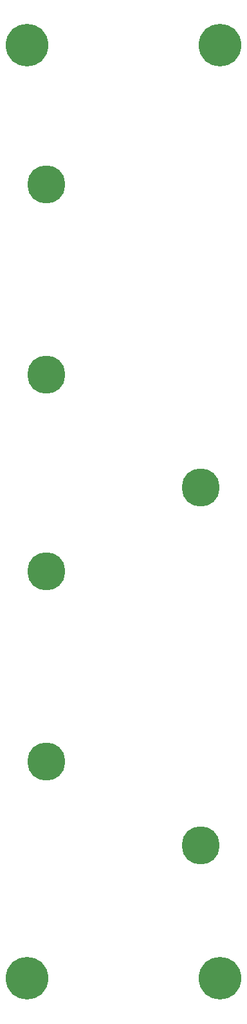
<source format=gts>
G04 #@! TF.GenerationSoftware,KiCad,Pcbnew,(6.0.9-0)*
G04 #@! TF.CreationDate,2023-02-07T08:36:36+01:00*
G04 #@! TF.ProjectId,fp_SDU460,66705f53-4455-4343-9630-2e6b69636164,A*
G04 #@! TF.SameCoordinates,Original*
G04 #@! TF.FileFunction,Soldermask,Top*
G04 #@! TF.FilePolarity,Negative*
%FSLAX46Y46*%
G04 Gerber Fmt 4.6, Leading zero omitted, Abs format (unit mm)*
G04 Created by KiCad (PCBNEW (6.0.9-0)) date 2023-02-07 08:36:36*
%MOMM*%
%LPD*%
G01*
G04 APERTURE LIST*
%ADD10C,5.600000*%
%ADD11C,5.000000*%
G04 APERTURE END LIST*
D10*
X99060000Y-167930000D03*
D11*
X76200000Y-63700000D03*
X76200000Y-88700000D03*
D10*
X73660000Y-45430000D03*
X73660000Y-167930000D03*
X99060000Y-45430000D03*
D11*
X96520000Y-150500000D03*
X96520000Y-103500000D03*
X76200000Y-114500000D03*
X76200000Y-139500000D03*
M02*

</source>
